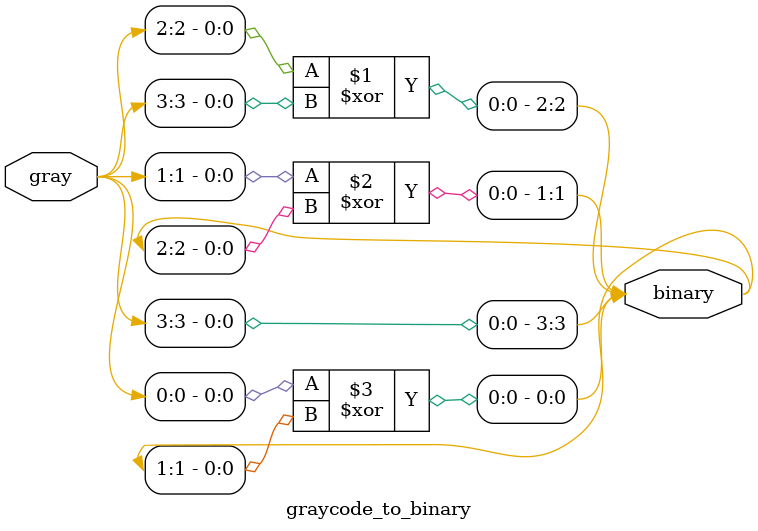
<source format=v>
module graycode_to_binary #(
    parameter N=4
) (
    input [N-1:0] gray,
    output [N-1:0] binary
);

assign binary[N-1]=gray[N-1];
genvar i;
generate
    for (i = 1; i<N ; i=i+1 ) begin
        assign binary[N-1-i] = gray[N-1-i]^binary[N-i];
    end
endgenerate
    
endmodule
</source>
